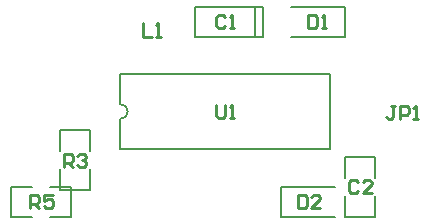
<source format=gto>
%FSLAX25Y25*%
%MOIN*%
G70*
G01*
G75*
G04 Layer_Color=65535*
%ADD10C,0.01000*%
%ADD11R,0.07000X0.05000*%
%ADD12R,0.05000X0.07000*%
%ADD13O,0.06500X0.04500*%
%ADD14O,0.07500X0.06250*%
%ADD15O,0.06500X0.05000*%
%ADD16C,0.07500*%
%ADD17R,0.04500X0.07000*%
%ADD18R,0.02362X0.08465*%
%ADD19R,0.06500X0.05000*%
%ADD20C,0.02000*%
%ADD21C,0.01500*%
%ADD22C,0.04000*%
%ADD23O,0.06500X0.05500*%
%ADD24C,0.05500*%
%ADD25C,0.06500*%
%ADD26O,0.08500X0.07500*%
%ADD27O,0.13000X0.15000*%
%ADD28O,0.10000X0.07000*%
%ADD29O,0.09500X0.06000*%
%ADD30R,0.14000X0.07500*%
%ADD31R,0.13000X0.07500*%
%ADD32C,0.03500*%
%ADD33R,0.09449X0.10236*%
%ADD34R,0.05000X0.07500*%
%ADD35R,0.03937X0.03347*%
%ADD36R,0.03937X0.03347*%
%ADD37R,0.07000X0.06000*%
%ADD38R,0.10000X0.07500*%
%ADD39R,0.06000X0.05000*%
%ADD40R,0.03347X0.03937*%
%ADD41R,0.03347X0.03937*%
%ADD42C,0.00787*%
D10*
X730500Y417299D02*
Y412800D01*
X732749D01*
X733499Y413550D01*
Y416549D01*
X732749Y417299D01*
X730500D01*
X737998Y412800D02*
X734999D01*
X737998Y415799D01*
Y416549D01*
X737248Y417299D01*
X735748D01*
X734999Y416549D01*
X734000Y477298D02*
Y472800D01*
X736249D01*
X736999Y473550D01*
Y476549D01*
X736249Y477298D01*
X734000D01*
X738498Y472800D02*
X739998D01*
X739248D01*
Y477298D01*
X738498Y476549D01*
X750549Y421549D02*
X749799Y422298D01*
X748300D01*
X747550Y421549D01*
Y418550D01*
X748300Y417800D01*
X749799D01*
X750549Y418550D01*
X755048Y417800D02*
X752048D01*
X755048Y420799D01*
Y421549D01*
X754298Y422298D01*
X752798D01*
X752048Y421549D01*
X706299Y476549D02*
X705549Y477298D01*
X704050D01*
X703300Y476549D01*
Y473550D01*
X704050Y472800D01*
X705549D01*
X706299Y473550D01*
X707798Y472800D02*
X709298D01*
X708548D01*
Y477298D01*
X707798Y476549D01*
X762999Y446999D02*
X761500D01*
X762249D01*
Y443250D01*
X761500Y442500D01*
X760750D01*
X760000Y443250D01*
X764499Y442500D02*
Y446999D01*
X766748D01*
X767498Y446249D01*
Y444749D01*
X766748Y443999D01*
X764499D01*
X768997Y442500D02*
X770497D01*
X769747D01*
Y446999D01*
X768997Y446249D01*
X678750Y474499D02*
Y470000D01*
X681749D01*
X683249D02*
X684748D01*
X683998D01*
Y474499D01*
X683249Y473749D01*
X703300Y447298D02*
Y443550D01*
X704050Y442800D01*
X705549D01*
X706299Y443550D01*
Y447298D01*
X707798Y442800D02*
X709298D01*
X708548D01*
Y447298D01*
X707798Y446549D01*
X641300Y412800D02*
Y417299D01*
X643549D01*
X644299Y416549D01*
Y415049D01*
X643549Y414299D01*
X641300D01*
X642800D02*
X644299Y412800D01*
X648798Y417299D02*
X645798D01*
Y415049D01*
X647298Y415799D01*
X648048D01*
X648798Y415049D01*
Y413550D01*
X648048Y412800D01*
X646548D01*
X645798Y413550D01*
X652500Y426500D02*
Y430999D01*
X654749D01*
X655499Y430249D01*
Y428749D01*
X654749Y427999D01*
X652500D01*
X654000D02*
X655499Y426500D01*
X656998Y430249D02*
X657748Y430999D01*
X659248D01*
X659998Y430249D01*
Y429499D01*
X659248Y428749D01*
X658498D01*
X659248D01*
X659998Y427999D01*
Y427250D01*
X659248Y426500D01*
X657748D01*
X656998Y427250D01*
D42*
X671250Y442500D02*
G03*
X671250Y447500I0J2500D01*
G01*
X756250Y423000D02*
Y430000D01*
Y410000D02*
Y417000D01*
X746250Y423000D02*
Y430000D01*
Y410000D02*
Y417000D01*
Y430000D02*
X756250D01*
X746250Y410000D02*
X756250D01*
X718750Y470000D02*
Y480000D01*
X696250D02*
X718750D01*
X696250Y470000D02*
Y480000D01*
Y470000D02*
X718750D01*
X709250D02*
X716250D01*
X696250D02*
X703250D01*
X709250Y480000D02*
X716250D01*
X696250D02*
X703250D01*
X716250Y470000D02*
Y480000D01*
X696250Y470000D02*
Y480000D01*
X746250Y470000D02*
Y480000D01*
X728250D02*
X746250D01*
X728250Y470000D02*
X746250D01*
X725000Y410000D02*
Y420000D01*
Y410000D02*
X743000D01*
X725000Y420000D02*
X743000D01*
X635000Y410000D02*
Y420000D01*
X655000Y410000D02*
Y420000D01*
X635000D02*
X642000D01*
X648000D02*
X655000D01*
X635000Y410000D02*
X642000D01*
X648000D02*
X655000D01*
X671250Y432500D02*
Y442500D01*
Y447500D02*
Y457500D01*
X741250Y432500D02*
Y457500D01*
X671250Y432500D02*
X741250D01*
X671250Y457500D02*
X741250D01*
X651250Y418750D02*
X661250D01*
X651250Y438750D02*
X661250D01*
X651250Y418750D02*
Y425750D01*
Y431750D02*
Y438750D01*
X661250Y418750D02*
Y425750D01*
Y431750D02*
Y438750D01*
M02*

</source>
